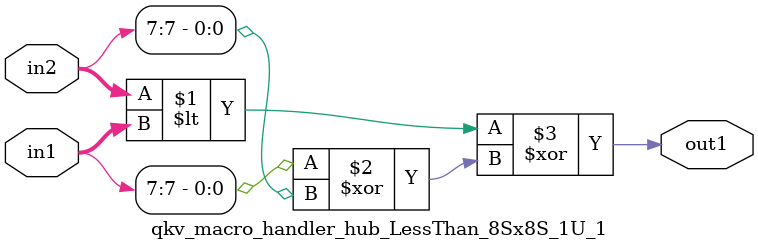
<source format=v>

`timescale 1ps / 1ps


module qkv_macro_handler_hub_LessThan_8Sx8S_1U_1( in2, in1, out1 );

    input [7:0] in2;
    input [7:0] in1;
    output out1;

    
    // rtl_process:qkv_macro_handler_hub_LessThan_8Sx8S_1U_1/qkv_macro_handler_hub_LessThan_8Sx8S_1U_1_thread_1
    assign out1 = (in2 < in1 ^ (in1[7] ^ in2[7]));

endmodule


</source>
